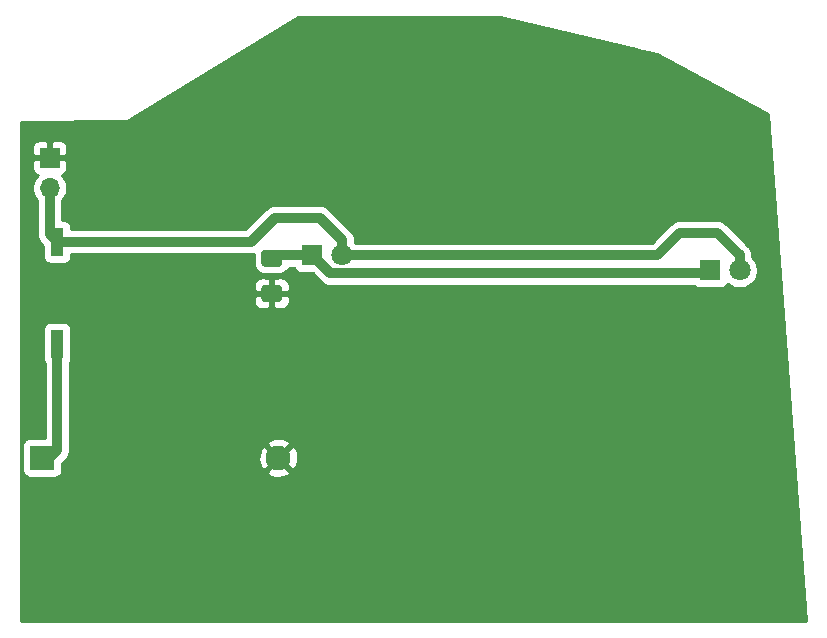
<source format=gbr>
%TF.GenerationSoftware,KiCad,Pcbnew,5.1.6-c6e7f7d~87~ubuntu19.10.1*%
%TF.CreationDate,2020-12-09T03:37:03-08:00*%
%TF.ProjectId,robocrob,726f626f-6372-46f6-922e-6b696361645f,rev?*%
%TF.SameCoordinates,Original*%
%TF.FileFunction,Copper,L2,Bot*%
%TF.FilePolarity,Positive*%
%FSLAX46Y46*%
G04 Gerber Fmt 4.6, Leading zero omitted, Abs format (unit mm)*
G04 Created by KiCad (PCBNEW 5.1.6-c6e7f7d~87~ubuntu19.10.1) date 2020-12-09 03:37:03*
%MOMM*%
%LPD*%
G01*
G04 APERTURE LIST*
%TA.AperFunction,ComponentPad*%
%ADD10C,2.100000*%
%TD*%
%TA.AperFunction,ComponentPad*%
%ADD11R,2.100000X2.100000*%
%TD*%
%TA.AperFunction,SMDPad,CuDef*%
%ADD12R,1.120000X2.440000*%
%TD*%
%TA.AperFunction,ComponentPad*%
%ADD13O,1.700000X1.700000*%
%TD*%
%TA.AperFunction,ComponentPad*%
%ADD14R,1.700000X1.700000*%
%TD*%
%TA.AperFunction,ComponentPad*%
%ADD15C,1.800000*%
%TD*%
%TA.AperFunction,ComponentPad*%
%ADD16R,1.800000X1.800000*%
%TD*%
%TA.AperFunction,Conductor*%
%ADD17C,0.850000*%
%TD*%
%TA.AperFunction,Conductor*%
%ADD18C,0.254000*%
%TD*%
G04 APERTURE END LIST*
%TO.P,R1,2*%
%TO.N,GND*%
%TA.AperFunction,SMDPad,CuDef*%
G36*
G01*
X37221000Y-39346500D02*
X38471000Y-39346500D01*
G75*
G02*
X38721000Y-39596500I0J-250000D01*
G01*
X38721000Y-40521500D01*
G75*
G02*
X38471000Y-40771500I-250000J0D01*
G01*
X37221000Y-40771500D01*
G75*
G02*
X36971000Y-40521500I0J250000D01*
G01*
X36971000Y-39596500D01*
G75*
G02*
X37221000Y-39346500I250000J0D01*
G01*
G37*
%TD.AperFunction*%
%TO.P,R1,1*%
%TO.N,Net-(DLEFT1-Pad1)*%
%TA.AperFunction,SMDPad,CuDef*%
G36*
G01*
X37221000Y-36371500D02*
X38471000Y-36371500D01*
G75*
G02*
X38721000Y-36621500I0J-250000D01*
G01*
X38721000Y-37546500D01*
G75*
G02*
X38471000Y-37796500I-250000J0D01*
G01*
X37221000Y-37796500D01*
G75*
G02*
X36971000Y-37546500I0J250000D01*
G01*
X36971000Y-36621500D01*
G75*
G02*
X37221000Y-36371500I250000J0D01*
G01*
G37*
%TD.AperFunction*%
%TD*%
D10*
%TO.P,BT1,2*%
%TO.N,GND*%
X38415000Y-53975000D03*
D11*
%TO.P,BT1,1*%
%TO.N,Net-(BT1-Pad1)*%
X18415000Y-53975000D03*
%TD*%
D12*
%TO.P,SW1,2*%
%TO.N,Net-(DLEFT1-Pad2)*%
X19685000Y-35700000D03*
%TO.P,SW1,1*%
%TO.N,Net-(BT1-Pad1)*%
X19685000Y-44310000D03*
%TD*%
D13*
%TO.P,J1,2*%
%TO.N,Net-(DLEFT1-Pad2)*%
X19050000Y-31115000D03*
D14*
%TO.P,J1,1*%
%TO.N,GND*%
X19050000Y-28575000D03*
%TD*%
D15*
%TO.P,DRIGHT1,2*%
%TO.N,Net-(DLEFT1-Pad2)*%
X77470000Y-38100000D03*
D16*
%TO.P,DRIGHT1,1*%
%TO.N,Net-(DLEFT1-Pad1)*%
X74930000Y-38100000D03*
%TD*%
D15*
%TO.P,DLEFT1,2*%
%TO.N,Net-(DLEFT1-Pad2)*%
X43815000Y-36830000D03*
D16*
%TO.P,DLEFT1,1*%
%TO.N,Net-(DLEFT1-Pad1)*%
X41275000Y-36830000D03*
%TD*%
D17*
%TO.N,Net-(BT1-Pad1)*%
X18415000Y-53975000D02*
X19050000Y-53975000D01*
X19685000Y-53340000D02*
X19685000Y-44310000D01*
X19050000Y-53975000D02*
X19685000Y-53340000D01*
%TO.N,Net-(DLEFT1-Pad2)*%
X19050000Y-35065000D02*
X19685000Y-35700000D01*
X19050000Y-31115000D02*
X19050000Y-35065000D01*
X19685000Y-35700000D02*
X36055000Y-35700000D01*
X36055000Y-35700000D02*
X38100000Y-33655000D01*
X43815000Y-35557208D02*
X43815000Y-36830000D01*
X41912792Y-33655000D02*
X43815000Y-35557208D01*
X38100000Y-33655000D02*
X41912792Y-33655000D01*
X43815000Y-36830000D02*
X70485000Y-36830000D01*
X70485000Y-36830000D02*
X72390000Y-34925000D01*
X77470000Y-36827208D02*
X77470000Y-38100000D01*
X75567792Y-34925000D02*
X77470000Y-36827208D01*
X72390000Y-34925000D02*
X75567792Y-34925000D01*
%TO.N,Net-(DLEFT1-Pad1)*%
X42800001Y-38355001D02*
X41275000Y-36830000D01*
X74674999Y-38355001D02*
X42800001Y-38355001D01*
X74930000Y-38100000D02*
X74674999Y-38355001D01*
X38100000Y-36830000D02*
X37846000Y-37084000D01*
X41275000Y-36830000D02*
X38100000Y-36830000D01*
%TD*%
D18*
%TO.N,GND*%
G36*
X68700221Y-19390602D02*
G01*
X68723504Y-19400246D01*
X68828156Y-19421063D01*
X70439668Y-19804756D01*
X79888475Y-24844120D01*
X83048319Y-67818000D01*
X16637000Y-67818000D01*
X16637000Y-52925000D01*
X16726928Y-52925000D01*
X16726928Y-55025000D01*
X16739188Y-55149482D01*
X16775498Y-55269180D01*
X16834463Y-55379494D01*
X16913815Y-55476185D01*
X17010506Y-55555537D01*
X17120820Y-55614502D01*
X17240518Y-55650812D01*
X17365000Y-55663072D01*
X19465000Y-55663072D01*
X19589482Y-55650812D01*
X19709180Y-55614502D01*
X19819494Y-55555537D01*
X19916185Y-55476185D01*
X19995537Y-55379494D01*
X20054502Y-55269180D01*
X20090812Y-55149482D01*
X20091148Y-55146066D01*
X37423539Y-55146066D01*
X37525339Y-55415579D01*
X37823477Y-55561463D01*
X38144346Y-55646380D01*
X38475617Y-55667066D01*
X38804557Y-55622728D01*
X39118527Y-55515069D01*
X39304661Y-55415579D01*
X39406461Y-55146066D01*
X38415000Y-54154605D01*
X37423539Y-55146066D01*
X20091148Y-55146066D01*
X20103072Y-55025000D01*
X20103072Y-54420993D01*
X20397711Y-54126354D01*
X20438159Y-54093159D01*
X20485382Y-54035617D01*
X36722934Y-54035617D01*
X36767272Y-54364557D01*
X36874931Y-54678527D01*
X36974421Y-54864661D01*
X37243934Y-54966461D01*
X38235395Y-53975000D01*
X38594605Y-53975000D01*
X39586066Y-54966461D01*
X39855579Y-54864661D01*
X40001463Y-54566523D01*
X40086380Y-54245654D01*
X40107066Y-53914383D01*
X40062728Y-53585443D01*
X39955069Y-53271473D01*
X39855579Y-53085339D01*
X39586066Y-52983539D01*
X38594605Y-53975000D01*
X38235395Y-53975000D01*
X37243934Y-52983539D01*
X36974421Y-53085339D01*
X36828537Y-53383477D01*
X36743620Y-53704346D01*
X36722934Y-54035617D01*
X20485382Y-54035617D01*
X20570622Y-53931753D01*
X20669050Y-53747607D01*
X20723717Y-53567394D01*
X20729662Y-53547797D01*
X20731446Y-53529681D01*
X20745000Y-53392066D01*
X20745000Y-53392058D01*
X20750127Y-53340000D01*
X20745000Y-53287942D01*
X20745000Y-52803934D01*
X37423539Y-52803934D01*
X38415000Y-53795395D01*
X39406461Y-52803934D01*
X39304661Y-52534421D01*
X39006523Y-52388537D01*
X38685654Y-52303620D01*
X38354383Y-52282934D01*
X38025443Y-52327272D01*
X37711473Y-52434931D01*
X37525339Y-52534421D01*
X37423539Y-52803934D01*
X20745000Y-52803934D01*
X20745000Y-45921704D01*
X20775537Y-45884494D01*
X20834502Y-45774180D01*
X20870812Y-45654482D01*
X20883072Y-45530000D01*
X20883072Y-43090000D01*
X20870812Y-42965518D01*
X20834502Y-42845820D01*
X20775537Y-42735506D01*
X20696185Y-42638815D01*
X20599494Y-42559463D01*
X20489180Y-42500498D01*
X20369482Y-42464188D01*
X20245000Y-42451928D01*
X19125000Y-42451928D01*
X19000518Y-42464188D01*
X18880820Y-42500498D01*
X18770506Y-42559463D01*
X18673815Y-42638815D01*
X18594463Y-42735506D01*
X18535498Y-42845820D01*
X18499188Y-42965518D01*
X18486928Y-43090000D01*
X18486928Y-45530000D01*
X18499188Y-45654482D01*
X18535498Y-45774180D01*
X18594463Y-45884494D01*
X18625001Y-45921705D01*
X18625000Y-52286928D01*
X17365000Y-52286928D01*
X17240518Y-52299188D01*
X17120820Y-52335498D01*
X17010506Y-52394463D01*
X16913815Y-52473815D01*
X16834463Y-52570506D01*
X16775498Y-52680820D01*
X16739188Y-52800518D01*
X16726928Y-52925000D01*
X16637000Y-52925000D01*
X16637000Y-40771500D01*
X36332928Y-40771500D01*
X36345188Y-40895982D01*
X36381498Y-41015680D01*
X36440463Y-41125994D01*
X36519815Y-41222685D01*
X36616506Y-41302037D01*
X36726820Y-41361002D01*
X36846518Y-41397312D01*
X36971000Y-41409572D01*
X37560250Y-41406500D01*
X37719000Y-41247750D01*
X37719000Y-40186000D01*
X37973000Y-40186000D01*
X37973000Y-41247750D01*
X38131750Y-41406500D01*
X38721000Y-41409572D01*
X38845482Y-41397312D01*
X38965180Y-41361002D01*
X39075494Y-41302037D01*
X39172185Y-41222685D01*
X39251537Y-41125994D01*
X39310502Y-41015680D01*
X39346812Y-40895982D01*
X39359072Y-40771500D01*
X39356000Y-40344750D01*
X39197250Y-40186000D01*
X37973000Y-40186000D01*
X37719000Y-40186000D01*
X36494750Y-40186000D01*
X36336000Y-40344750D01*
X36332928Y-40771500D01*
X16637000Y-40771500D01*
X16637000Y-39346500D01*
X36332928Y-39346500D01*
X36336000Y-39773250D01*
X36494750Y-39932000D01*
X37719000Y-39932000D01*
X37719000Y-38870250D01*
X37973000Y-38870250D01*
X37973000Y-39932000D01*
X39197250Y-39932000D01*
X39356000Y-39773250D01*
X39359072Y-39346500D01*
X39346812Y-39222018D01*
X39310502Y-39102320D01*
X39251537Y-38992006D01*
X39172185Y-38895315D01*
X39075494Y-38815963D01*
X38965180Y-38756998D01*
X38845482Y-38720688D01*
X38721000Y-38708428D01*
X38131750Y-38711500D01*
X37973000Y-38870250D01*
X37719000Y-38870250D01*
X37560250Y-38711500D01*
X36971000Y-38708428D01*
X36846518Y-38720688D01*
X36726820Y-38756998D01*
X36616506Y-38815963D01*
X36519815Y-38895315D01*
X36440463Y-38992006D01*
X36381498Y-39102320D01*
X36345188Y-39222018D01*
X36332928Y-39346500D01*
X16637000Y-39346500D01*
X16637000Y-29425000D01*
X17561928Y-29425000D01*
X17574188Y-29549482D01*
X17610498Y-29669180D01*
X17669463Y-29779494D01*
X17748815Y-29876185D01*
X17845506Y-29955537D01*
X17955820Y-30014502D01*
X18028380Y-30036513D01*
X17896525Y-30168368D01*
X17734010Y-30411589D01*
X17622068Y-30681842D01*
X17565000Y-30968740D01*
X17565000Y-31261260D01*
X17622068Y-31548158D01*
X17734010Y-31818411D01*
X17896525Y-32061632D01*
X17990000Y-32155107D01*
X17990001Y-35012934D01*
X17984873Y-35065000D01*
X18005339Y-35272796D01*
X18065950Y-35472606D01*
X18164379Y-35656753D01*
X18181947Y-35678159D01*
X18296842Y-35818159D01*
X18337284Y-35851349D01*
X18486928Y-36000993D01*
X18486928Y-36920000D01*
X18499188Y-37044482D01*
X18535498Y-37164180D01*
X18594463Y-37274494D01*
X18673815Y-37371185D01*
X18770506Y-37450537D01*
X18880820Y-37509502D01*
X19000518Y-37545812D01*
X19125000Y-37558072D01*
X20245000Y-37558072D01*
X20369482Y-37545812D01*
X20489180Y-37509502D01*
X20599494Y-37450537D01*
X20696185Y-37371185D01*
X20775537Y-37274494D01*
X20834502Y-37164180D01*
X20870812Y-37044482D01*
X20883072Y-36920000D01*
X20883072Y-36760000D01*
X36002944Y-36760000D01*
X36055000Y-36765127D01*
X36107056Y-36760000D01*
X36107066Y-36760000D01*
X36262796Y-36744662D01*
X36332928Y-36723388D01*
X36332928Y-37546500D01*
X36349992Y-37719754D01*
X36400528Y-37886350D01*
X36482595Y-38039886D01*
X36593038Y-38174462D01*
X36727614Y-38284905D01*
X36881150Y-38366972D01*
X37047746Y-38417508D01*
X37221000Y-38434572D01*
X38471000Y-38434572D01*
X38644254Y-38417508D01*
X38810850Y-38366972D01*
X38964386Y-38284905D01*
X39098962Y-38174462D01*
X39209405Y-38039886D01*
X39289521Y-37890000D01*
X39759962Y-37890000D01*
X39785498Y-37974180D01*
X39844463Y-38084494D01*
X39923815Y-38181185D01*
X40020506Y-38260537D01*
X40130820Y-38319502D01*
X40250518Y-38355812D01*
X40375000Y-38368072D01*
X41314006Y-38368072D01*
X42013656Y-39067723D01*
X42046842Y-39108160D01*
X42087279Y-39141346D01*
X42087283Y-39141350D01*
X42158487Y-39199785D01*
X42208248Y-39240623D01*
X42392394Y-39339051D01*
X42592205Y-39399663D01*
X42747935Y-39415001D01*
X42747944Y-39415001D01*
X42800000Y-39420128D01*
X42852056Y-39415001D01*
X73549120Y-39415001D01*
X73578815Y-39451185D01*
X73675506Y-39530537D01*
X73785820Y-39589502D01*
X73905518Y-39625812D01*
X74030000Y-39638072D01*
X75830000Y-39638072D01*
X75954482Y-39625812D01*
X76074180Y-39589502D01*
X76184494Y-39530537D01*
X76281185Y-39451185D01*
X76360537Y-39354494D01*
X76419502Y-39244180D01*
X76425056Y-39225873D01*
X76491495Y-39292312D01*
X76742905Y-39460299D01*
X77022257Y-39576011D01*
X77318816Y-39635000D01*
X77621184Y-39635000D01*
X77917743Y-39576011D01*
X78197095Y-39460299D01*
X78448505Y-39292312D01*
X78662312Y-39078505D01*
X78830299Y-38827095D01*
X78946011Y-38547743D01*
X79005000Y-38251184D01*
X79005000Y-37948816D01*
X78946011Y-37652257D01*
X78830299Y-37372905D01*
X78662312Y-37121495D01*
X78530000Y-36989183D01*
X78530000Y-36879263D01*
X78535127Y-36827207D01*
X78530000Y-36775151D01*
X78530000Y-36775142D01*
X78514662Y-36619412D01*
X78454050Y-36419601D01*
X78355622Y-36235455D01*
X78335318Y-36210714D01*
X78256349Y-36114490D01*
X78256345Y-36114486D01*
X78223159Y-36074049D01*
X78182722Y-36040863D01*
X76354145Y-34212288D01*
X76320951Y-34171841D01*
X76159545Y-34039378D01*
X75975399Y-33940950D01*
X75775588Y-33880338D01*
X75619858Y-33865000D01*
X75619848Y-33865000D01*
X75567792Y-33859873D01*
X75515736Y-33865000D01*
X72442056Y-33865000D01*
X72390000Y-33859873D01*
X72337944Y-33865000D01*
X72337934Y-33865000D01*
X72182204Y-33880338D01*
X71982393Y-33940950D01*
X71798247Y-34039378D01*
X71636841Y-34171841D01*
X71603651Y-34212283D01*
X70045935Y-35770000D01*
X44925817Y-35770000D01*
X44875000Y-35719183D01*
X44875000Y-35609263D01*
X44880127Y-35557207D01*
X44875000Y-35505151D01*
X44875000Y-35505142D01*
X44859662Y-35349412D01*
X44799050Y-35149601D01*
X44700622Y-34965455D01*
X44624299Y-34872455D01*
X44601349Y-34844490D01*
X44601345Y-34844486D01*
X44568159Y-34804049D01*
X44527722Y-34770863D01*
X42699145Y-32942288D01*
X42665951Y-32901841D01*
X42504545Y-32769378D01*
X42320399Y-32670950D01*
X42120588Y-32610338D01*
X41964858Y-32595000D01*
X41964848Y-32595000D01*
X41912792Y-32589873D01*
X41860736Y-32595000D01*
X38152058Y-32595000D01*
X38100000Y-32589873D01*
X38047942Y-32595000D01*
X38047934Y-32595000D01*
X37910319Y-32608554D01*
X37892203Y-32610338D01*
X37703384Y-32667616D01*
X37692393Y-32670950D01*
X37508247Y-32769378D01*
X37346841Y-32901841D01*
X37313651Y-32942283D01*
X35615935Y-34640000D01*
X20883072Y-34640000D01*
X20883072Y-34480000D01*
X20870812Y-34355518D01*
X20834502Y-34235820D01*
X20775537Y-34125506D01*
X20696185Y-34028815D01*
X20599494Y-33949463D01*
X20489180Y-33890498D01*
X20369482Y-33854188D01*
X20245000Y-33841928D01*
X20110000Y-33841928D01*
X20110000Y-32155107D01*
X20203475Y-32061632D01*
X20365990Y-31818411D01*
X20477932Y-31548158D01*
X20535000Y-31261260D01*
X20535000Y-30968740D01*
X20477932Y-30681842D01*
X20365990Y-30411589D01*
X20203475Y-30168368D01*
X20071620Y-30036513D01*
X20144180Y-30014502D01*
X20254494Y-29955537D01*
X20351185Y-29876185D01*
X20430537Y-29779494D01*
X20489502Y-29669180D01*
X20525812Y-29549482D01*
X20538072Y-29425000D01*
X20535000Y-28860750D01*
X20376250Y-28702000D01*
X19177000Y-28702000D01*
X19177000Y-28722000D01*
X18923000Y-28722000D01*
X18923000Y-28702000D01*
X17723750Y-28702000D01*
X17565000Y-28860750D01*
X17561928Y-29425000D01*
X16637000Y-29425000D01*
X16637000Y-27725000D01*
X17561928Y-27725000D01*
X17565000Y-28289250D01*
X17723750Y-28448000D01*
X18923000Y-28448000D01*
X18923000Y-27248750D01*
X19177000Y-27248750D01*
X19177000Y-28448000D01*
X20376250Y-28448000D01*
X20535000Y-28289250D01*
X20538072Y-27725000D01*
X20525812Y-27600518D01*
X20489502Y-27480820D01*
X20430537Y-27370506D01*
X20351185Y-27273815D01*
X20254494Y-27194463D01*
X20144180Y-27135498D01*
X20024482Y-27099188D01*
X19900000Y-27086928D01*
X19335750Y-27090000D01*
X19177000Y-27248750D01*
X18923000Y-27248750D01*
X18764250Y-27090000D01*
X18200000Y-27086928D01*
X18075518Y-27099188D01*
X17955820Y-27135498D01*
X17845506Y-27194463D01*
X17748815Y-27273815D01*
X17669463Y-27370506D01*
X17610498Y-27480820D01*
X17574188Y-27600518D01*
X17561928Y-27725000D01*
X16637000Y-27725000D01*
X16637000Y-25525737D01*
X25549759Y-25436609D01*
X25574510Y-25433921D01*
X25598261Y-25426456D01*
X25614522Y-25418098D01*
X40040612Y-16637000D01*
X57135091Y-16637000D01*
X68700221Y-19390602D01*
G37*
X68700221Y-19390602D02*
X68723504Y-19400246D01*
X68828156Y-19421063D01*
X70439668Y-19804756D01*
X79888475Y-24844120D01*
X83048319Y-67818000D01*
X16637000Y-67818000D01*
X16637000Y-52925000D01*
X16726928Y-52925000D01*
X16726928Y-55025000D01*
X16739188Y-55149482D01*
X16775498Y-55269180D01*
X16834463Y-55379494D01*
X16913815Y-55476185D01*
X17010506Y-55555537D01*
X17120820Y-55614502D01*
X17240518Y-55650812D01*
X17365000Y-55663072D01*
X19465000Y-55663072D01*
X19589482Y-55650812D01*
X19709180Y-55614502D01*
X19819494Y-55555537D01*
X19916185Y-55476185D01*
X19995537Y-55379494D01*
X20054502Y-55269180D01*
X20090812Y-55149482D01*
X20091148Y-55146066D01*
X37423539Y-55146066D01*
X37525339Y-55415579D01*
X37823477Y-55561463D01*
X38144346Y-55646380D01*
X38475617Y-55667066D01*
X38804557Y-55622728D01*
X39118527Y-55515069D01*
X39304661Y-55415579D01*
X39406461Y-55146066D01*
X38415000Y-54154605D01*
X37423539Y-55146066D01*
X20091148Y-55146066D01*
X20103072Y-55025000D01*
X20103072Y-54420993D01*
X20397711Y-54126354D01*
X20438159Y-54093159D01*
X20485382Y-54035617D01*
X36722934Y-54035617D01*
X36767272Y-54364557D01*
X36874931Y-54678527D01*
X36974421Y-54864661D01*
X37243934Y-54966461D01*
X38235395Y-53975000D01*
X38594605Y-53975000D01*
X39586066Y-54966461D01*
X39855579Y-54864661D01*
X40001463Y-54566523D01*
X40086380Y-54245654D01*
X40107066Y-53914383D01*
X40062728Y-53585443D01*
X39955069Y-53271473D01*
X39855579Y-53085339D01*
X39586066Y-52983539D01*
X38594605Y-53975000D01*
X38235395Y-53975000D01*
X37243934Y-52983539D01*
X36974421Y-53085339D01*
X36828537Y-53383477D01*
X36743620Y-53704346D01*
X36722934Y-54035617D01*
X20485382Y-54035617D01*
X20570622Y-53931753D01*
X20669050Y-53747607D01*
X20723717Y-53567394D01*
X20729662Y-53547797D01*
X20731446Y-53529681D01*
X20745000Y-53392066D01*
X20745000Y-53392058D01*
X20750127Y-53340000D01*
X20745000Y-53287942D01*
X20745000Y-52803934D01*
X37423539Y-52803934D01*
X38415000Y-53795395D01*
X39406461Y-52803934D01*
X39304661Y-52534421D01*
X39006523Y-52388537D01*
X38685654Y-52303620D01*
X38354383Y-52282934D01*
X38025443Y-52327272D01*
X37711473Y-52434931D01*
X37525339Y-52534421D01*
X37423539Y-52803934D01*
X20745000Y-52803934D01*
X20745000Y-45921704D01*
X20775537Y-45884494D01*
X20834502Y-45774180D01*
X20870812Y-45654482D01*
X20883072Y-45530000D01*
X20883072Y-43090000D01*
X20870812Y-42965518D01*
X20834502Y-42845820D01*
X20775537Y-42735506D01*
X20696185Y-42638815D01*
X20599494Y-42559463D01*
X20489180Y-42500498D01*
X20369482Y-42464188D01*
X20245000Y-42451928D01*
X19125000Y-42451928D01*
X19000518Y-42464188D01*
X18880820Y-42500498D01*
X18770506Y-42559463D01*
X18673815Y-42638815D01*
X18594463Y-42735506D01*
X18535498Y-42845820D01*
X18499188Y-42965518D01*
X18486928Y-43090000D01*
X18486928Y-45530000D01*
X18499188Y-45654482D01*
X18535498Y-45774180D01*
X18594463Y-45884494D01*
X18625001Y-45921705D01*
X18625000Y-52286928D01*
X17365000Y-52286928D01*
X17240518Y-52299188D01*
X17120820Y-52335498D01*
X17010506Y-52394463D01*
X16913815Y-52473815D01*
X16834463Y-52570506D01*
X16775498Y-52680820D01*
X16739188Y-52800518D01*
X16726928Y-52925000D01*
X16637000Y-52925000D01*
X16637000Y-40771500D01*
X36332928Y-40771500D01*
X36345188Y-40895982D01*
X36381498Y-41015680D01*
X36440463Y-41125994D01*
X36519815Y-41222685D01*
X36616506Y-41302037D01*
X36726820Y-41361002D01*
X36846518Y-41397312D01*
X36971000Y-41409572D01*
X37560250Y-41406500D01*
X37719000Y-41247750D01*
X37719000Y-40186000D01*
X37973000Y-40186000D01*
X37973000Y-41247750D01*
X38131750Y-41406500D01*
X38721000Y-41409572D01*
X38845482Y-41397312D01*
X38965180Y-41361002D01*
X39075494Y-41302037D01*
X39172185Y-41222685D01*
X39251537Y-41125994D01*
X39310502Y-41015680D01*
X39346812Y-40895982D01*
X39359072Y-40771500D01*
X39356000Y-40344750D01*
X39197250Y-40186000D01*
X37973000Y-40186000D01*
X37719000Y-40186000D01*
X36494750Y-40186000D01*
X36336000Y-40344750D01*
X36332928Y-40771500D01*
X16637000Y-40771500D01*
X16637000Y-39346500D01*
X36332928Y-39346500D01*
X36336000Y-39773250D01*
X36494750Y-39932000D01*
X37719000Y-39932000D01*
X37719000Y-38870250D01*
X37973000Y-38870250D01*
X37973000Y-39932000D01*
X39197250Y-39932000D01*
X39356000Y-39773250D01*
X39359072Y-39346500D01*
X39346812Y-39222018D01*
X39310502Y-39102320D01*
X39251537Y-38992006D01*
X39172185Y-38895315D01*
X39075494Y-38815963D01*
X38965180Y-38756998D01*
X38845482Y-38720688D01*
X38721000Y-38708428D01*
X38131750Y-38711500D01*
X37973000Y-38870250D01*
X37719000Y-38870250D01*
X37560250Y-38711500D01*
X36971000Y-38708428D01*
X36846518Y-38720688D01*
X36726820Y-38756998D01*
X36616506Y-38815963D01*
X36519815Y-38895315D01*
X36440463Y-38992006D01*
X36381498Y-39102320D01*
X36345188Y-39222018D01*
X36332928Y-39346500D01*
X16637000Y-39346500D01*
X16637000Y-29425000D01*
X17561928Y-29425000D01*
X17574188Y-29549482D01*
X17610498Y-29669180D01*
X17669463Y-29779494D01*
X17748815Y-29876185D01*
X17845506Y-29955537D01*
X17955820Y-30014502D01*
X18028380Y-30036513D01*
X17896525Y-30168368D01*
X17734010Y-30411589D01*
X17622068Y-30681842D01*
X17565000Y-30968740D01*
X17565000Y-31261260D01*
X17622068Y-31548158D01*
X17734010Y-31818411D01*
X17896525Y-32061632D01*
X17990000Y-32155107D01*
X17990001Y-35012934D01*
X17984873Y-35065000D01*
X18005339Y-35272796D01*
X18065950Y-35472606D01*
X18164379Y-35656753D01*
X18181947Y-35678159D01*
X18296842Y-35818159D01*
X18337284Y-35851349D01*
X18486928Y-36000993D01*
X18486928Y-36920000D01*
X18499188Y-37044482D01*
X18535498Y-37164180D01*
X18594463Y-37274494D01*
X18673815Y-37371185D01*
X18770506Y-37450537D01*
X18880820Y-37509502D01*
X19000518Y-37545812D01*
X19125000Y-37558072D01*
X20245000Y-37558072D01*
X20369482Y-37545812D01*
X20489180Y-37509502D01*
X20599494Y-37450537D01*
X20696185Y-37371185D01*
X20775537Y-37274494D01*
X20834502Y-37164180D01*
X20870812Y-37044482D01*
X20883072Y-36920000D01*
X20883072Y-36760000D01*
X36002944Y-36760000D01*
X36055000Y-36765127D01*
X36107056Y-36760000D01*
X36107066Y-36760000D01*
X36262796Y-36744662D01*
X36332928Y-36723388D01*
X36332928Y-37546500D01*
X36349992Y-37719754D01*
X36400528Y-37886350D01*
X36482595Y-38039886D01*
X36593038Y-38174462D01*
X36727614Y-38284905D01*
X36881150Y-38366972D01*
X37047746Y-38417508D01*
X37221000Y-38434572D01*
X38471000Y-38434572D01*
X38644254Y-38417508D01*
X38810850Y-38366972D01*
X38964386Y-38284905D01*
X39098962Y-38174462D01*
X39209405Y-38039886D01*
X39289521Y-37890000D01*
X39759962Y-37890000D01*
X39785498Y-37974180D01*
X39844463Y-38084494D01*
X39923815Y-38181185D01*
X40020506Y-38260537D01*
X40130820Y-38319502D01*
X40250518Y-38355812D01*
X40375000Y-38368072D01*
X41314006Y-38368072D01*
X42013656Y-39067723D01*
X42046842Y-39108160D01*
X42087279Y-39141346D01*
X42087283Y-39141350D01*
X42158487Y-39199785D01*
X42208248Y-39240623D01*
X42392394Y-39339051D01*
X42592205Y-39399663D01*
X42747935Y-39415001D01*
X42747944Y-39415001D01*
X42800000Y-39420128D01*
X42852056Y-39415001D01*
X73549120Y-39415001D01*
X73578815Y-39451185D01*
X73675506Y-39530537D01*
X73785820Y-39589502D01*
X73905518Y-39625812D01*
X74030000Y-39638072D01*
X75830000Y-39638072D01*
X75954482Y-39625812D01*
X76074180Y-39589502D01*
X76184494Y-39530537D01*
X76281185Y-39451185D01*
X76360537Y-39354494D01*
X76419502Y-39244180D01*
X76425056Y-39225873D01*
X76491495Y-39292312D01*
X76742905Y-39460299D01*
X77022257Y-39576011D01*
X77318816Y-39635000D01*
X77621184Y-39635000D01*
X77917743Y-39576011D01*
X78197095Y-39460299D01*
X78448505Y-39292312D01*
X78662312Y-39078505D01*
X78830299Y-38827095D01*
X78946011Y-38547743D01*
X79005000Y-38251184D01*
X79005000Y-37948816D01*
X78946011Y-37652257D01*
X78830299Y-37372905D01*
X78662312Y-37121495D01*
X78530000Y-36989183D01*
X78530000Y-36879263D01*
X78535127Y-36827207D01*
X78530000Y-36775151D01*
X78530000Y-36775142D01*
X78514662Y-36619412D01*
X78454050Y-36419601D01*
X78355622Y-36235455D01*
X78335318Y-36210714D01*
X78256349Y-36114490D01*
X78256345Y-36114486D01*
X78223159Y-36074049D01*
X78182722Y-36040863D01*
X76354145Y-34212288D01*
X76320951Y-34171841D01*
X76159545Y-34039378D01*
X75975399Y-33940950D01*
X75775588Y-33880338D01*
X75619858Y-33865000D01*
X75619848Y-33865000D01*
X75567792Y-33859873D01*
X75515736Y-33865000D01*
X72442056Y-33865000D01*
X72390000Y-33859873D01*
X72337944Y-33865000D01*
X72337934Y-33865000D01*
X72182204Y-33880338D01*
X71982393Y-33940950D01*
X71798247Y-34039378D01*
X71636841Y-34171841D01*
X71603651Y-34212283D01*
X70045935Y-35770000D01*
X44925817Y-35770000D01*
X44875000Y-35719183D01*
X44875000Y-35609263D01*
X44880127Y-35557207D01*
X44875000Y-35505151D01*
X44875000Y-35505142D01*
X44859662Y-35349412D01*
X44799050Y-35149601D01*
X44700622Y-34965455D01*
X44624299Y-34872455D01*
X44601349Y-34844490D01*
X44601345Y-34844486D01*
X44568159Y-34804049D01*
X44527722Y-34770863D01*
X42699145Y-32942288D01*
X42665951Y-32901841D01*
X42504545Y-32769378D01*
X42320399Y-32670950D01*
X42120588Y-32610338D01*
X41964858Y-32595000D01*
X41964848Y-32595000D01*
X41912792Y-32589873D01*
X41860736Y-32595000D01*
X38152058Y-32595000D01*
X38100000Y-32589873D01*
X38047942Y-32595000D01*
X38047934Y-32595000D01*
X37910319Y-32608554D01*
X37892203Y-32610338D01*
X37703384Y-32667616D01*
X37692393Y-32670950D01*
X37508247Y-32769378D01*
X37346841Y-32901841D01*
X37313651Y-32942283D01*
X35615935Y-34640000D01*
X20883072Y-34640000D01*
X20883072Y-34480000D01*
X20870812Y-34355518D01*
X20834502Y-34235820D01*
X20775537Y-34125506D01*
X20696185Y-34028815D01*
X20599494Y-33949463D01*
X20489180Y-33890498D01*
X20369482Y-33854188D01*
X20245000Y-33841928D01*
X20110000Y-33841928D01*
X20110000Y-32155107D01*
X20203475Y-32061632D01*
X20365990Y-31818411D01*
X20477932Y-31548158D01*
X20535000Y-31261260D01*
X20535000Y-30968740D01*
X20477932Y-30681842D01*
X20365990Y-30411589D01*
X20203475Y-30168368D01*
X20071620Y-30036513D01*
X20144180Y-30014502D01*
X20254494Y-29955537D01*
X20351185Y-29876185D01*
X20430537Y-29779494D01*
X20489502Y-29669180D01*
X20525812Y-29549482D01*
X20538072Y-29425000D01*
X20535000Y-28860750D01*
X20376250Y-28702000D01*
X19177000Y-28702000D01*
X19177000Y-28722000D01*
X18923000Y-28722000D01*
X18923000Y-28702000D01*
X17723750Y-28702000D01*
X17565000Y-28860750D01*
X17561928Y-29425000D01*
X16637000Y-29425000D01*
X16637000Y-27725000D01*
X17561928Y-27725000D01*
X17565000Y-28289250D01*
X17723750Y-28448000D01*
X18923000Y-28448000D01*
X18923000Y-27248750D01*
X19177000Y-27248750D01*
X19177000Y-28448000D01*
X20376250Y-28448000D01*
X20535000Y-28289250D01*
X20538072Y-27725000D01*
X20525812Y-27600518D01*
X20489502Y-27480820D01*
X20430537Y-27370506D01*
X20351185Y-27273815D01*
X20254494Y-27194463D01*
X20144180Y-27135498D01*
X20024482Y-27099188D01*
X19900000Y-27086928D01*
X19335750Y-27090000D01*
X19177000Y-27248750D01*
X18923000Y-27248750D01*
X18764250Y-27090000D01*
X18200000Y-27086928D01*
X18075518Y-27099188D01*
X17955820Y-27135498D01*
X17845506Y-27194463D01*
X17748815Y-27273815D01*
X17669463Y-27370506D01*
X17610498Y-27480820D01*
X17574188Y-27600518D01*
X17561928Y-27725000D01*
X16637000Y-27725000D01*
X16637000Y-25525737D01*
X25549759Y-25436609D01*
X25574510Y-25433921D01*
X25598261Y-25426456D01*
X25614522Y-25418098D01*
X40040612Y-16637000D01*
X57135091Y-16637000D01*
X68700221Y-19390602D01*
%TD*%
M02*

</source>
